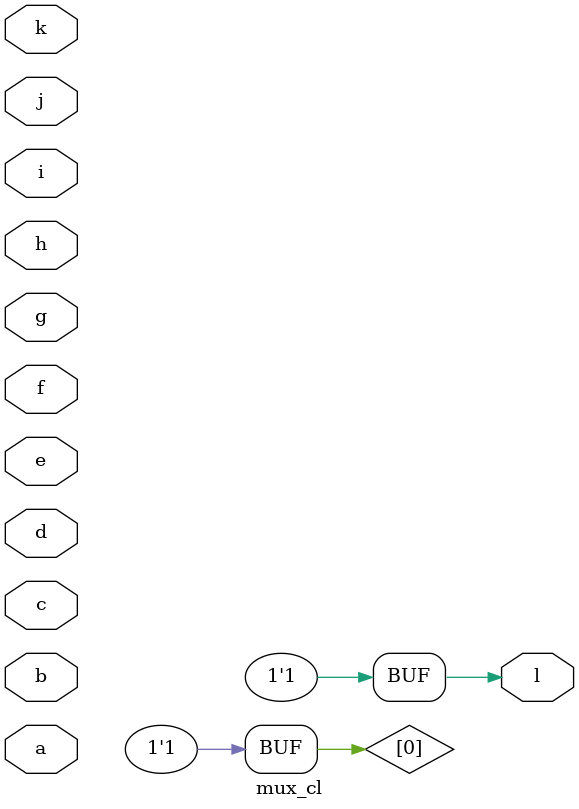
<source format=v>
/* Generated by Yosys 0.9 (git sha1 1979e0b1, gcc 8.3.0-6 -fPIC -Os) */

(* src = "cmlexamples/cm152a_orig.v:2" *)
(* top =  1  *)
module mux_cl(a, b, c, d, e, f, g, h, i, j, k, l);
  (* src = "cmlexamples/cm152a_orig.v:17" *)
  wire \[0] ;
  (* src = "cmlexamples/cm152a_orig.v:3" *)
  input a;
  (* src = "cmlexamples/cm152a_orig.v:3" *)
  input b;
  (* src = "cmlexamples/cm152a_orig.v:3" *)
  input c;
  (* src = "cmlexamples/cm152a_orig.v:3" *)
  input d;
  (* src = "cmlexamples/cm152a_orig.v:3" *)
  input e;
  (* src = "cmlexamples/cm152a_orig.v:3" *)
  input f;
  (* src = "cmlexamples/cm152a_orig.v:3" *)
  input g;
  (* src = "cmlexamples/cm152a_orig.v:3" *)
  input h;
  (* src = "cmlexamples/cm152a_orig.v:3" *)
  input i;
  (* src = "cmlexamples/cm152a_orig.v:3" *)
  input j;
  (* src = "cmlexamples/cm152a_orig.v:3" *)
  input k;
  (* src = "cmlexamples/cm152a_orig.v:15" *)
  output l;
  assign l = ~1'h0;
  assign \[0]  = l;
endmodule

</source>
